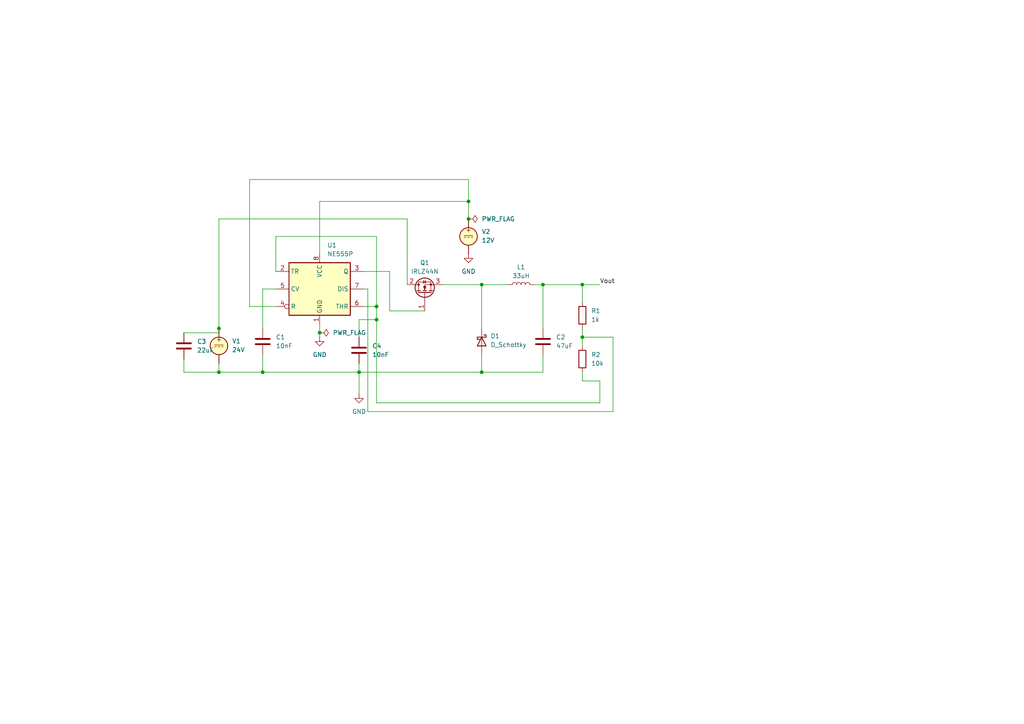
<source format=kicad_sch>
(kicad_sch
	(version 20231120)
	(generator "eeschema")
	(generator_version "8.0")
	(uuid "efd01612-27f7-4541-85e1-7f745358caba")
	(paper "A4")
	(lib_symbols
		(symbol "Device:C"
			(pin_numbers hide)
			(pin_names
				(offset 0.254)
			)
			(exclude_from_sim no)
			(in_bom yes)
			(on_board yes)
			(property "Reference" "C"
				(at 0.635 2.54 0)
				(effects
					(font
						(size 1.27 1.27)
					)
					(justify left)
				)
			)
			(property "Value" "C"
				(at 0.635 -2.54 0)
				(effects
					(font
						(size 1.27 1.27)
					)
					(justify left)
				)
			)
			(property "Footprint" ""
				(at 0.9652 -3.81 0)
				(effects
					(font
						(size 1.27 1.27)
					)
					(hide yes)
				)
			)
			(property "Datasheet" "~"
				(at 0 0 0)
				(effects
					(font
						(size 1.27 1.27)
					)
					(hide yes)
				)
			)
			(property "Description" "Unpolarized capacitor"
				(at 0 0 0)
				(effects
					(font
						(size 1.27 1.27)
					)
					(hide yes)
				)
			)
			(property "ki_keywords" "cap capacitor"
				(at 0 0 0)
				(effects
					(font
						(size 1.27 1.27)
					)
					(hide yes)
				)
			)
			(property "ki_fp_filters" "C_*"
				(at 0 0 0)
				(effects
					(font
						(size 1.27 1.27)
					)
					(hide yes)
				)
			)
			(symbol "C_0_1"
				(polyline
					(pts
						(xy -2.032 -0.762) (xy 2.032 -0.762)
					)
					(stroke
						(width 0.508)
						(type default)
					)
					(fill
						(type none)
					)
				)
				(polyline
					(pts
						(xy -2.032 0.762) (xy 2.032 0.762)
					)
					(stroke
						(width 0.508)
						(type default)
					)
					(fill
						(type none)
					)
				)
			)
			(symbol "C_1_1"
				(pin passive line
					(at 0 3.81 270)
					(length 2.794)
					(name "~"
						(effects
							(font
								(size 1.27 1.27)
							)
						)
					)
					(number "1"
						(effects
							(font
								(size 1.27 1.27)
							)
						)
					)
				)
				(pin passive line
					(at 0 -3.81 90)
					(length 2.794)
					(name "~"
						(effects
							(font
								(size 1.27 1.27)
							)
						)
					)
					(number "2"
						(effects
							(font
								(size 1.27 1.27)
							)
						)
					)
				)
			)
		)
		(symbol "Device:D_Schottky"
			(pin_numbers hide)
			(pin_names
				(offset 1.016) hide)
			(exclude_from_sim no)
			(in_bom yes)
			(on_board yes)
			(property "Reference" "D"
				(at 0 2.54 0)
				(effects
					(font
						(size 1.27 1.27)
					)
				)
			)
			(property "Value" "D_Schottky"
				(at 0 -2.54 0)
				(effects
					(font
						(size 1.27 1.27)
					)
				)
			)
			(property "Footprint" ""
				(at 0 0 0)
				(effects
					(font
						(size 1.27 1.27)
					)
					(hide yes)
				)
			)
			(property "Datasheet" "~"
				(at 0 0 0)
				(effects
					(font
						(size 1.27 1.27)
					)
					(hide yes)
				)
			)
			(property "Description" "Schottky diode"
				(at 0 0 0)
				(effects
					(font
						(size 1.27 1.27)
					)
					(hide yes)
				)
			)
			(property "ki_keywords" "diode Schottky"
				(at 0 0 0)
				(effects
					(font
						(size 1.27 1.27)
					)
					(hide yes)
				)
			)
			(property "ki_fp_filters" "TO-???* *_Diode_* *SingleDiode* D_*"
				(at 0 0 0)
				(effects
					(font
						(size 1.27 1.27)
					)
					(hide yes)
				)
			)
			(symbol "D_Schottky_0_1"
				(polyline
					(pts
						(xy 1.27 0) (xy -1.27 0)
					)
					(stroke
						(width 0)
						(type default)
					)
					(fill
						(type none)
					)
				)
				(polyline
					(pts
						(xy 1.27 1.27) (xy 1.27 -1.27) (xy -1.27 0) (xy 1.27 1.27)
					)
					(stroke
						(width 0.254)
						(type default)
					)
					(fill
						(type none)
					)
				)
				(polyline
					(pts
						(xy -1.905 0.635) (xy -1.905 1.27) (xy -1.27 1.27) (xy -1.27 -1.27) (xy -0.635 -1.27) (xy -0.635 -0.635)
					)
					(stroke
						(width 0.254)
						(type default)
					)
					(fill
						(type none)
					)
				)
			)
			(symbol "D_Schottky_1_1"
				(pin passive line
					(at -3.81 0 0)
					(length 2.54)
					(name "K"
						(effects
							(font
								(size 1.27 1.27)
							)
						)
					)
					(number "1"
						(effects
							(font
								(size 1.27 1.27)
							)
						)
					)
				)
				(pin passive line
					(at 3.81 0 180)
					(length 2.54)
					(name "A"
						(effects
							(font
								(size 1.27 1.27)
							)
						)
					)
					(number "2"
						(effects
							(font
								(size 1.27 1.27)
							)
						)
					)
				)
			)
		)
		(symbol "Device:L"
			(pin_numbers hide)
			(pin_names
				(offset 1.016) hide)
			(exclude_from_sim no)
			(in_bom yes)
			(on_board yes)
			(property "Reference" "L"
				(at -1.27 0 90)
				(effects
					(font
						(size 1.27 1.27)
					)
				)
			)
			(property "Value" "L"
				(at 1.905 0 90)
				(effects
					(font
						(size 1.27 1.27)
					)
				)
			)
			(property "Footprint" ""
				(at 0 0 0)
				(effects
					(font
						(size 1.27 1.27)
					)
					(hide yes)
				)
			)
			(property "Datasheet" "~"
				(at 0 0 0)
				(effects
					(font
						(size 1.27 1.27)
					)
					(hide yes)
				)
			)
			(property "Description" "Inductor"
				(at 0 0 0)
				(effects
					(font
						(size 1.27 1.27)
					)
					(hide yes)
				)
			)
			(property "ki_keywords" "inductor choke coil reactor magnetic"
				(at 0 0 0)
				(effects
					(font
						(size 1.27 1.27)
					)
					(hide yes)
				)
			)
			(property "ki_fp_filters" "Choke_* *Coil* Inductor_* L_*"
				(at 0 0 0)
				(effects
					(font
						(size 1.27 1.27)
					)
					(hide yes)
				)
			)
			(symbol "L_0_1"
				(arc
					(start 0 -2.54)
					(mid 0.6323 -1.905)
					(end 0 -1.27)
					(stroke
						(width 0)
						(type default)
					)
					(fill
						(type none)
					)
				)
				(arc
					(start 0 -1.27)
					(mid 0.6323 -0.635)
					(end 0 0)
					(stroke
						(width 0)
						(type default)
					)
					(fill
						(type none)
					)
				)
				(arc
					(start 0 0)
					(mid 0.6323 0.635)
					(end 0 1.27)
					(stroke
						(width 0)
						(type default)
					)
					(fill
						(type none)
					)
				)
				(arc
					(start 0 1.27)
					(mid 0.6323 1.905)
					(end 0 2.54)
					(stroke
						(width 0)
						(type default)
					)
					(fill
						(type none)
					)
				)
			)
			(symbol "L_1_1"
				(pin passive line
					(at 0 3.81 270)
					(length 1.27)
					(name "1"
						(effects
							(font
								(size 1.27 1.27)
							)
						)
					)
					(number "1"
						(effects
							(font
								(size 1.27 1.27)
							)
						)
					)
				)
				(pin passive line
					(at 0 -3.81 90)
					(length 1.27)
					(name "2"
						(effects
							(font
								(size 1.27 1.27)
							)
						)
					)
					(number "2"
						(effects
							(font
								(size 1.27 1.27)
							)
						)
					)
				)
			)
		)
		(symbol "Device:R"
			(pin_numbers hide)
			(pin_names
				(offset 0)
			)
			(exclude_from_sim no)
			(in_bom yes)
			(on_board yes)
			(property "Reference" "R"
				(at 2.032 0 90)
				(effects
					(font
						(size 1.27 1.27)
					)
				)
			)
			(property "Value" "R"
				(at 0 0 90)
				(effects
					(font
						(size 1.27 1.27)
					)
				)
			)
			(property "Footprint" ""
				(at -1.778 0 90)
				(effects
					(font
						(size 1.27 1.27)
					)
					(hide yes)
				)
			)
			(property "Datasheet" "~"
				(at 0 0 0)
				(effects
					(font
						(size 1.27 1.27)
					)
					(hide yes)
				)
			)
			(property "Description" "Resistor"
				(at 0 0 0)
				(effects
					(font
						(size 1.27 1.27)
					)
					(hide yes)
				)
			)
			(property "ki_keywords" "R res resistor"
				(at 0 0 0)
				(effects
					(font
						(size 1.27 1.27)
					)
					(hide yes)
				)
			)
			(property "ki_fp_filters" "R_*"
				(at 0 0 0)
				(effects
					(font
						(size 1.27 1.27)
					)
					(hide yes)
				)
			)
			(symbol "R_0_1"
				(rectangle
					(start -1.016 -2.54)
					(end 1.016 2.54)
					(stroke
						(width 0.254)
						(type default)
					)
					(fill
						(type none)
					)
				)
			)
			(symbol "R_1_1"
				(pin passive line
					(at 0 3.81 270)
					(length 1.27)
					(name "~"
						(effects
							(font
								(size 1.27 1.27)
							)
						)
					)
					(number "1"
						(effects
							(font
								(size 1.27 1.27)
							)
						)
					)
				)
				(pin passive line
					(at 0 -3.81 90)
					(length 1.27)
					(name "~"
						(effects
							(font
								(size 1.27 1.27)
							)
						)
					)
					(number "2"
						(effects
							(font
								(size 1.27 1.27)
							)
						)
					)
				)
			)
		)
		(symbol "Simulation_SPICE:VDC"
			(pin_numbers hide)
			(pin_names
				(offset 0.0254)
			)
			(exclude_from_sim no)
			(in_bom yes)
			(on_board yes)
			(property "Reference" "V"
				(at 2.54 2.54 0)
				(effects
					(font
						(size 1.27 1.27)
					)
					(justify left)
				)
			)
			(property "Value" "1"
				(at 2.54 0 0)
				(effects
					(font
						(size 1.27 1.27)
					)
					(justify left)
				)
			)
			(property "Footprint" ""
				(at 0 0 0)
				(effects
					(font
						(size 1.27 1.27)
					)
					(hide yes)
				)
			)
			(property "Datasheet" "https://ngspice.sourceforge.io/docs/ngspice-html-manual/manual.xhtml#sec_Independent_Sources_for"
				(at 0 0 0)
				(effects
					(font
						(size 1.27 1.27)
					)
					(hide yes)
				)
			)
			(property "Description" "Voltage source, DC"
				(at 0 0 0)
				(effects
					(font
						(size 1.27 1.27)
					)
					(hide yes)
				)
			)
			(property "Sim.Pins" "1=+ 2=-"
				(at 0 0 0)
				(effects
					(font
						(size 1.27 1.27)
					)
					(hide yes)
				)
			)
			(property "Sim.Type" "DC"
				(at 0 0 0)
				(effects
					(font
						(size 1.27 1.27)
					)
					(hide yes)
				)
			)
			(property "Sim.Device" "V"
				(at 0 0 0)
				(effects
					(font
						(size 1.27 1.27)
					)
					(justify left)
					(hide yes)
				)
			)
			(property "ki_keywords" "simulation"
				(at 0 0 0)
				(effects
					(font
						(size 1.27 1.27)
					)
					(hide yes)
				)
			)
			(symbol "VDC_0_0"
				(polyline
					(pts
						(xy -1.27 0.254) (xy 1.27 0.254)
					)
					(stroke
						(width 0)
						(type default)
					)
					(fill
						(type none)
					)
				)
				(polyline
					(pts
						(xy -0.762 -0.254) (xy -1.27 -0.254)
					)
					(stroke
						(width 0)
						(type default)
					)
					(fill
						(type none)
					)
				)
				(polyline
					(pts
						(xy 0.254 -0.254) (xy -0.254 -0.254)
					)
					(stroke
						(width 0)
						(type default)
					)
					(fill
						(type none)
					)
				)
				(polyline
					(pts
						(xy 1.27 -0.254) (xy 0.762 -0.254)
					)
					(stroke
						(width 0)
						(type default)
					)
					(fill
						(type none)
					)
				)
				(text "+"
					(at 0 1.905 0)
					(effects
						(font
							(size 1.27 1.27)
						)
					)
				)
			)
			(symbol "VDC_0_1"
				(circle
					(center 0 0)
					(radius 2.54)
					(stroke
						(width 0.254)
						(type default)
					)
					(fill
						(type background)
					)
				)
			)
			(symbol "VDC_1_1"
				(pin passive line
					(at 0 5.08 270)
					(length 2.54)
					(name "~"
						(effects
							(font
								(size 1.27 1.27)
							)
						)
					)
					(number "1"
						(effects
							(font
								(size 1.27 1.27)
							)
						)
					)
				)
				(pin passive line
					(at 0 -5.08 90)
					(length 2.54)
					(name "~"
						(effects
							(font
								(size 1.27 1.27)
							)
						)
					)
					(number "2"
						(effects
							(font
								(size 1.27 1.27)
							)
						)
					)
				)
			)
		)
		(symbol "Timer:NE555P"
			(exclude_from_sim no)
			(in_bom yes)
			(on_board yes)
			(property "Reference" "U"
				(at -10.16 8.89 0)
				(effects
					(font
						(size 1.27 1.27)
					)
					(justify left)
				)
			)
			(property "Value" "NE555P"
				(at 2.54 8.89 0)
				(effects
					(font
						(size 1.27 1.27)
					)
					(justify left)
				)
			)
			(property "Footprint" "Package_DIP:DIP-8_W7.62mm"
				(at 16.51 -10.16 0)
				(effects
					(font
						(size 1.27 1.27)
					)
					(hide yes)
				)
			)
			(property "Datasheet" "http://www.ti.com/lit/ds/symlink/ne555.pdf"
				(at 21.59 -10.16 0)
				(effects
					(font
						(size 1.27 1.27)
					)
					(hide yes)
				)
			)
			(property "Description" "Precision Timers, 555 compatible,  PDIP-8"
				(at 0 0 0)
				(effects
					(font
						(size 1.27 1.27)
					)
					(hide yes)
				)
			)
			(property "ki_keywords" "single timer 555"
				(at 0 0 0)
				(effects
					(font
						(size 1.27 1.27)
					)
					(hide yes)
				)
			)
			(property "ki_fp_filters" "DIP*W7.62mm*"
				(at 0 0 0)
				(effects
					(font
						(size 1.27 1.27)
					)
					(hide yes)
				)
			)
			(symbol "NE555P_0_0"
				(pin power_in line
					(at 0 -10.16 90)
					(length 2.54)
					(name "GND"
						(effects
							(font
								(size 1.27 1.27)
							)
						)
					)
					(number "1"
						(effects
							(font
								(size 1.27 1.27)
							)
						)
					)
				)
				(pin power_in line
					(at 0 10.16 270)
					(length 2.54)
					(name "VCC"
						(effects
							(font
								(size 1.27 1.27)
							)
						)
					)
					(number "8"
						(effects
							(font
								(size 1.27 1.27)
							)
						)
					)
				)
			)
			(symbol "NE555P_0_1"
				(rectangle
					(start -8.89 -7.62)
					(end 8.89 7.62)
					(stroke
						(width 0.254)
						(type default)
					)
					(fill
						(type background)
					)
				)
				(rectangle
					(start -8.89 -7.62)
					(end 8.89 7.62)
					(stroke
						(width 0.254)
						(type default)
					)
					(fill
						(type background)
					)
				)
			)
			(symbol "NE555P_1_1"
				(pin input line
					(at -12.7 5.08 0)
					(length 3.81)
					(name "TR"
						(effects
							(font
								(size 1.27 1.27)
							)
						)
					)
					(number "2"
						(effects
							(font
								(size 1.27 1.27)
							)
						)
					)
				)
				(pin output line
					(at 12.7 5.08 180)
					(length 3.81)
					(name "Q"
						(effects
							(font
								(size 1.27 1.27)
							)
						)
					)
					(number "3"
						(effects
							(font
								(size 1.27 1.27)
							)
						)
					)
				)
				(pin input inverted
					(at -12.7 -5.08 0)
					(length 3.81)
					(name "R"
						(effects
							(font
								(size 1.27 1.27)
							)
						)
					)
					(number "4"
						(effects
							(font
								(size 1.27 1.27)
							)
						)
					)
				)
				(pin input line
					(at -12.7 0 0)
					(length 3.81)
					(name "CV"
						(effects
							(font
								(size 1.27 1.27)
							)
						)
					)
					(number "5"
						(effects
							(font
								(size 1.27 1.27)
							)
						)
					)
				)
				(pin input line
					(at 12.7 -5.08 180)
					(length 3.81)
					(name "THR"
						(effects
							(font
								(size 1.27 1.27)
							)
						)
					)
					(number "6"
						(effects
							(font
								(size 1.27 1.27)
							)
						)
					)
				)
				(pin input line
					(at 12.7 0 180)
					(length 3.81)
					(name "DIS"
						(effects
							(font
								(size 1.27 1.27)
							)
						)
					)
					(number "7"
						(effects
							(font
								(size 1.27 1.27)
							)
						)
					)
				)
			)
		)
		(symbol "Transistor_FET:IRLZ44N"
			(pin_names hide)
			(exclude_from_sim no)
			(in_bom yes)
			(on_board yes)
			(property "Reference" "Q"
				(at 5.08 1.905 0)
				(effects
					(font
						(size 1.27 1.27)
					)
					(justify left)
				)
			)
			(property "Value" "IRLZ44N"
				(at 5.08 0 0)
				(effects
					(font
						(size 1.27 1.27)
					)
					(justify left)
				)
			)
			(property "Footprint" "Package_TO_SOT_THT:TO-220-3_Vertical"
				(at 5.08 -1.905 0)
				(effects
					(font
						(size 1.27 1.27)
						(italic yes)
					)
					(justify left)
					(hide yes)
				)
			)
			(property "Datasheet" "http://www.irf.com/product-info/datasheets/data/irlz44n.pdf"
				(at 5.08 -3.81 0)
				(effects
					(font
						(size 1.27 1.27)
					)
					(justify left)
					(hide yes)
				)
			)
			(property "Description" "47A Id, 55V Vds, 22mOhm Rds Single N-Channel HEXFET Power MOSFET, TO-220AB"
				(at 0 0 0)
				(effects
					(font
						(size 1.27 1.27)
					)
					(hide yes)
				)
			)
			(property "ki_keywords" "N-Channel HEXFET MOSFET Logic-Level"
				(at 0 0 0)
				(effects
					(font
						(size 1.27 1.27)
					)
					(hide yes)
				)
			)
			(property "ki_fp_filters" "TO?220*"
				(at 0 0 0)
				(effects
					(font
						(size 1.27 1.27)
					)
					(hide yes)
				)
			)
			(symbol "IRLZ44N_0_1"
				(polyline
					(pts
						(xy 0.254 0) (xy -2.54 0)
					)
					(stroke
						(width 0)
						(type default)
					)
					(fill
						(type none)
					)
				)
				(polyline
					(pts
						(xy 0.254 1.905) (xy 0.254 -1.905)
					)
					(stroke
						(width 0.254)
						(type default)
					)
					(fill
						(type none)
					)
				)
				(polyline
					(pts
						(xy 0.762 -1.27) (xy 0.762 -2.286)
					)
					(stroke
						(width 0.254)
						(type default)
					)
					(fill
						(type none)
					)
				)
				(polyline
					(pts
						(xy 0.762 0.508) (xy 0.762 -0.508)
					)
					(stroke
						(width 0.254)
						(type default)
					)
					(fill
						(type none)
					)
				)
				(polyline
					(pts
						(xy 0.762 2.286) (xy 0.762 1.27)
					)
					(stroke
						(width 0.254)
						(type default)
					)
					(fill
						(type none)
					)
				)
				(polyline
					(pts
						(xy 2.54 2.54) (xy 2.54 1.778)
					)
					(stroke
						(width 0)
						(type default)
					)
					(fill
						(type none)
					)
				)
				(polyline
					(pts
						(xy 2.54 -2.54) (xy 2.54 0) (xy 0.762 0)
					)
					(stroke
						(width 0)
						(type default)
					)
					(fill
						(type none)
					)
				)
				(polyline
					(pts
						(xy 0.762 -1.778) (xy 3.302 -1.778) (xy 3.302 1.778) (xy 0.762 1.778)
					)
					(stroke
						(width 0)
						(type default)
					)
					(fill
						(type none)
					)
				)
				(polyline
					(pts
						(xy 1.016 0) (xy 2.032 0.381) (xy 2.032 -0.381) (xy 1.016 0)
					)
					(stroke
						(width 0)
						(type default)
					)
					(fill
						(type outline)
					)
				)
				(polyline
					(pts
						(xy 2.794 0.508) (xy 2.921 0.381) (xy 3.683 0.381) (xy 3.81 0.254)
					)
					(stroke
						(width 0)
						(type default)
					)
					(fill
						(type none)
					)
				)
				(polyline
					(pts
						(xy 3.302 0.381) (xy 2.921 -0.254) (xy 3.683 -0.254) (xy 3.302 0.381)
					)
					(stroke
						(width 0)
						(type default)
					)
					(fill
						(type none)
					)
				)
				(circle
					(center 1.651 0)
					(radius 2.794)
					(stroke
						(width 0.254)
						(type default)
					)
					(fill
						(type none)
					)
				)
				(circle
					(center 2.54 -1.778)
					(radius 0.254)
					(stroke
						(width 0)
						(type default)
					)
					(fill
						(type outline)
					)
				)
				(circle
					(center 2.54 1.778)
					(radius 0.254)
					(stroke
						(width 0)
						(type default)
					)
					(fill
						(type outline)
					)
				)
			)
			(symbol "IRLZ44N_1_1"
				(pin input line
					(at -5.08 0 0)
					(length 2.54)
					(name "G"
						(effects
							(font
								(size 1.27 1.27)
							)
						)
					)
					(number "1"
						(effects
							(font
								(size 1.27 1.27)
							)
						)
					)
				)
				(pin passive line
					(at 2.54 5.08 270)
					(length 2.54)
					(name "D"
						(effects
							(font
								(size 1.27 1.27)
							)
						)
					)
					(number "2"
						(effects
							(font
								(size 1.27 1.27)
							)
						)
					)
				)
				(pin passive line
					(at 2.54 -5.08 90)
					(length 2.54)
					(name "S"
						(effects
							(font
								(size 1.27 1.27)
							)
						)
					)
					(number "3"
						(effects
							(font
								(size 1.27 1.27)
							)
						)
					)
				)
			)
		)
		(symbol "power:GND"
			(power)
			(pin_numbers hide)
			(pin_names
				(offset 0) hide)
			(exclude_from_sim no)
			(in_bom yes)
			(on_board yes)
			(property "Reference" "#PWR"
				(at 0 -6.35 0)
				(effects
					(font
						(size 1.27 1.27)
					)
					(hide yes)
				)
			)
			(property "Value" "GND"
				(at 0 -3.81 0)
				(effects
					(font
						(size 1.27 1.27)
					)
				)
			)
			(property "Footprint" ""
				(at 0 0 0)
				(effects
					(font
						(size 1.27 1.27)
					)
					(hide yes)
				)
			)
			(property "Datasheet" ""
				(at 0 0 0)
				(effects
					(font
						(size 1.27 1.27)
					)
					(hide yes)
				)
			)
			(property "Description" "Power symbol creates a global label with name \"GND\" , ground"
				(at 0 0 0)
				(effects
					(font
						(size 1.27 1.27)
					)
					(hide yes)
				)
			)
			(property "ki_keywords" "global power"
				(at 0 0 0)
				(effects
					(font
						(size 1.27 1.27)
					)
					(hide yes)
				)
			)
			(symbol "GND_0_1"
				(polyline
					(pts
						(xy 0 0) (xy 0 -1.27) (xy 1.27 -1.27) (xy 0 -2.54) (xy -1.27 -1.27) (xy 0 -1.27)
					)
					(stroke
						(width 0)
						(type default)
					)
					(fill
						(type none)
					)
				)
			)
			(symbol "GND_1_1"
				(pin power_in line
					(at 0 0 270)
					(length 0)
					(name "~"
						(effects
							(font
								(size 1.27 1.27)
							)
						)
					)
					(number "1"
						(effects
							(font
								(size 1.27 1.27)
							)
						)
					)
				)
			)
		)
		(symbol "power:PWR_FLAG"
			(power)
			(pin_numbers hide)
			(pin_names
				(offset 0) hide)
			(exclude_from_sim no)
			(in_bom yes)
			(on_board yes)
			(property "Reference" "#FLG"
				(at 0 1.905 0)
				(effects
					(font
						(size 1.27 1.27)
					)
					(hide yes)
				)
			)
			(property "Value" "PWR_FLAG"
				(at 0 3.81 0)
				(effects
					(font
						(size 1.27 1.27)
					)
				)
			)
			(property "Footprint" ""
				(at 0 0 0)
				(effects
					(font
						(size 1.27 1.27)
					)
					(hide yes)
				)
			)
			(property "Datasheet" "~"
				(at 0 0 0)
				(effects
					(font
						(size 1.27 1.27)
					)
					(hide yes)
				)
			)
			(property "Description" "Special symbol for telling ERC where power comes from"
				(at 0 0 0)
				(effects
					(font
						(size 1.27 1.27)
					)
					(hide yes)
				)
			)
			(property "ki_keywords" "flag power"
				(at 0 0 0)
				(effects
					(font
						(size 1.27 1.27)
					)
					(hide yes)
				)
			)
			(symbol "PWR_FLAG_0_0"
				(pin power_out line
					(at 0 0 90)
					(length 0)
					(name "~"
						(effects
							(font
								(size 1.27 1.27)
							)
						)
					)
					(number "1"
						(effects
							(font
								(size 1.27 1.27)
							)
						)
					)
				)
			)
			(symbol "PWR_FLAG_0_1"
				(polyline
					(pts
						(xy 0 0) (xy 0 1.27) (xy -1.016 1.905) (xy 0 2.54) (xy 1.016 1.905) (xy 0 1.27)
					)
					(stroke
						(width 0)
						(type default)
					)
					(fill
						(type none)
					)
				)
			)
		)
	)
	(junction
		(at 104.14 107.95)
		(diameter 0)
		(color 0 0 0 0)
		(uuid "13ec4fcd-6638-44db-a39e-6782849e2c11")
	)
	(junction
		(at 168.91 82.55)
		(diameter 0)
		(color 0 0 0 0)
		(uuid "1c19ac70-f843-4222-a372-fa77bc5a17be")
	)
	(junction
		(at 139.7 107.95)
		(diameter 0)
		(color 0 0 0 0)
		(uuid "29e85485-c8d8-45d0-bc4c-e34971d97f83")
	)
	(junction
		(at 92.71 96.52)
		(diameter 0)
		(color 0 0 0 0)
		(uuid "326909bd-d51b-4007-b1ce-9b2c79a1b75d")
	)
	(junction
		(at 63.5 107.95)
		(diameter 0)
		(color 0 0 0 0)
		(uuid "596dd37c-b833-41c4-9e92-bb4cb4309a80")
	)
	(junction
		(at 109.22 88.9)
		(diameter 0)
		(color 0 0 0 0)
		(uuid "5fdbc0d0-cc09-44db-be9c-1862de4988b4")
	)
	(junction
		(at 168.91 97.79)
		(diameter 0)
		(color 0 0 0 0)
		(uuid "6619f49b-8e04-4357-9de1-c7a1b98fd9cb")
	)
	(junction
		(at 139.7 82.55)
		(diameter 0)
		(color 0 0 0 0)
		(uuid "809488d1-63d1-4cc4-8e8e-5380cd7749f4")
	)
	(junction
		(at 76.2 107.95)
		(diameter 0)
		(color 0 0 0 0)
		(uuid "90facba5-e3e8-4269-99be-c8b7788c17db")
	)
	(junction
		(at 63.5 95.25)
		(diameter 0)
		(color 0 0 0 0)
		(uuid "916b769a-f385-42b7-8689-29000e4ec2fe")
	)
	(junction
		(at 109.22 92.71)
		(diameter 0)
		(color 0 0 0 0)
		(uuid "c9dfdf0f-0e7b-4172-abe6-f91f3cc884c4")
	)
	(junction
		(at 135.89 63.5)
		(diameter 0)
		(color 0 0 0 0)
		(uuid "d55a57d4-3408-4b35-8b28-4e6ea484a4ad")
	)
	(junction
		(at 157.48 82.55)
		(diameter 0)
		(color 0 0 0 0)
		(uuid "d92a0d6a-249d-447c-8793-fdfcd6f8afd7")
	)
	(junction
		(at 135.89 58.42)
		(diameter 0)
		(color 0 0 0 0)
		(uuid "e39ee698-729b-4ede-912f-3e761ec502ce")
	)
	(wire
		(pts
			(xy 157.48 102.87) (xy 157.48 107.95)
		)
		(stroke
			(width 0)
			(type default)
		)
		(uuid "0327bff2-6c11-404f-bc6b-b40642128778")
	)
	(wire
		(pts
			(xy 53.34 104.14) (xy 53.34 107.95)
		)
		(stroke
			(width 0)
			(type default)
		)
		(uuid "159e9e55-acbc-4d92-aa3a-8e599703325b")
	)
	(wire
		(pts
			(xy 135.89 58.42) (xy 92.71 58.42)
		)
		(stroke
			(width 0)
			(type default)
		)
		(uuid "1a992ffd-1c9e-4891-ac1f-d600911f5294")
	)
	(wire
		(pts
			(xy 76.2 95.25) (xy 76.2 83.82)
		)
		(stroke
			(width 0)
			(type default)
		)
		(uuid "1b4969ee-30b0-4372-96b3-14ea5964cf92")
	)
	(wire
		(pts
			(xy 177.8 97.79) (xy 177.8 119.38)
		)
		(stroke
			(width 0)
			(type default)
		)
		(uuid "1e710b51-091b-4a9c-b779-a3ddf346059a")
	)
	(wire
		(pts
			(xy 168.91 82.55) (xy 168.91 87.63)
		)
		(stroke
			(width 0)
			(type default)
		)
		(uuid "1f644ac1-5d81-4992-81eb-fce1d253ea02")
	)
	(wire
		(pts
			(xy 104.14 107.95) (xy 104.14 114.3)
		)
		(stroke
			(width 0)
			(type default)
		)
		(uuid "206503ea-7072-478b-badd-6b9588a8bf5c")
	)
	(wire
		(pts
			(xy 53.34 96.52) (xy 63.5 96.52)
		)
		(stroke
			(width 0)
			(type default)
		)
		(uuid "26b04c11-31b6-498a-97ea-eb24ee91c0af")
	)
	(wire
		(pts
			(xy 168.91 97.79) (xy 168.91 100.33)
		)
		(stroke
			(width 0)
			(type default)
		)
		(uuid "26cbf7d1-08c4-4271-b1cf-842a22078902")
	)
	(wire
		(pts
			(xy 63.5 96.52) (xy 63.5 95.25)
		)
		(stroke
			(width 0)
			(type default)
		)
		(uuid "27ccbea1-8082-4189-80c5-2ce0aca3eed6")
	)
	(wire
		(pts
			(xy 106.68 119.38) (xy 106.68 83.82)
		)
		(stroke
			(width 0)
			(type default)
		)
		(uuid "2e84d5a6-75b5-4a7b-b832-c6944ce27f19")
	)
	(wire
		(pts
			(xy 92.71 96.52) (xy 92.71 97.79)
		)
		(stroke
			(width 0)
			(type default)
		)
		(uuid "34dbcc29-6954-4972-b1b9-6346927d9ba4")
	)
	(wire
		(pts
			(xy 157.48 82.55) (xy 168.91 82.55)
		)
		(stroke
			(width 0)
			(type default)
		)
		(uuid "4473133f-c06f-485b-9838-51138745b3a2")
	)
	(wire
		(pts
			(xy 109.22 68.58) (xy 109.22 88.9)
		)
		(stroke
			(width 0)
			(type default)
		)
		(uuid "46724a6a-afe3-4a37-8f03-bd25ea4c7f5c")
	)
	(wire
		(pts
			(xy 135.89 63.5) (xy 135.89 58.42)
		)
		(stroke
			(width 0)
			(type default)
		)
		(uuid "4b6ff86b-55ce-4583-8cc4-4fa2f7ce6257")
	)
	(wire
		(pts
			(xy 154.94 82.55) (xy 157.48 82.55)
		)
		(stroke
			(width 0)
			(type default)
		)
		(uuid "4bdc46b0-f604-45df-bf2b-6c30b18261fc")
	)
	(wire
		(pts
			(xy 113.03 90.17) (xy 123.19 90.17)
		)
		(stroke
			(width 0)
			(type default)
		)
		(uuid "4eb36ecb-66e0-499c-a27d-037d0ffb9902")
	)
	(wire
		(pts
			(xy 128.27 82.55) (xy 139.7 82.55)
		)
		(stroke
			(width 0)
			(type default)
		)
		(uuid "50ee3808-008f-49f9-bf1d-f4b5be92bb88")
	)
	(wire
		(pts
			(xy 135.89 52.07) (xy 135.89 58.42)
		)
		(stroke
			(width 0)
			(type default)
		)
		(uuid "522af065-46f1-4463-a7b3-3eb879e44f39")
	)
	(wire
		(pts
			(xy 157.48 107.95) (xy 139.7 107.95)
		)
		(stroke
			(width 0)
			(type default)
		)
		(uuid "5372d0bf-3109-4d1c-a2a7-34ecce584868")
	)
	(wire
		(pts
			(xy 72.39 88.9) (xy 72.39 52.07)
		)
		(stroke
			(width 0)
			(type default)
		)
		(uuid "57180ff5-4738-4734-a467-f04728d40f86")
	)
	(wire
		(pts
			(xy 168.91 82.55) (xy 173.99 82.55)
		)
		(stroke
			(width 0)
			(type default)
		)
		(uuid "5781bac1-882a-49bd-bfe5-b3a39b79f6b7")
	)
	(wire
		(pts
			(xy 76.2 107.95) (xy 104.14 107.95)
		)
		(stroke
			(width 0)
			(type default)
		)
		(uuid "5c50780a-c9d9-439d-b167-5f2e12ea4ae9")
	)
	(wire
		(pts
			(xy 139.7 102.87) (xy 139.7 107.95)
		)
		(stroke
			(width 0)
			(type default)
		)
		(uuid "67a4c504-c3ef-4d57-8be5-fafa32187e72")
	)
	(wire
		(pts
			(xy 109.22 116.84) (xy 109.22 92.71)
		)
		(stroke
			(width 0)
			(type default)
		)
		(uuid "683b02bc-a1ae-44b4-8bce-c8b4ba134491")
	)
	(wire
		(pts
			(xy 139.7 107.95) (xy 104.14 107.95)
		)
		(stroke
			(width 0)
			(type default)
		)
		(uuid "6d25bb53-295b-4526-b9ad-83c6e67102bf")
	)
	(wire
		(pts
			(xy 139.7 82.55) (xy 147.32 82.55)
		)
		(stroke
			(width 0)
			(type default)
		)
		(uuid "731c1172-7bd1-4439-ab1c-5f37bdcb041d")
	)
	(wire
		(pts
			(xy 63.5 107.95) (xy 76.2 107.95)
		)
		(stroke
			(width 0)
			(type default)
		)
		(uuid "78b8ded9-12c4-46fc-b50e-0d9796de024b")
	)
	(wire
		(pts
			(xy 80.01 68.58) (xy 109.22 68.58)
		)
		(stroke
			(width 0)
			(type default)
		)
		(uuid "79d44e2f-b8f4-4833-b737-a396f11d59a3")
	)
	(wire
		(pts
			(xy 76.2 83.82) (xy 80.01 83.82)
		)
		(stroke
			(width 0)
			(type default)
		)
		(uuid "8184064b-5d36-4544-a7e5-3ab62cb0e3f4")
	)
	(wire
		(pts
			(xy 53.34 107.95) (xy 63.5 107.95)
		)
		(stroke
			(width 0)
			(type default)
		)
		(uuid "8398a48d-95d1-43b7-999d-3ee2827a25a5")
	)
	(wire
		(pts
			(xy 92.71 93.98) (xy 92.71 96.52)
		)
		(stroke
			(width 0)
			(type default)
		)
		(uuid "86842bd8-be68-4c41-b9e8-64f4b4f37c2c")
	)
	(wire
		(pts
			(xy 109.22 88.9) (xy 105.41 88.9)
		)
		(stroke
			(width 0)
			(type default)
		)
		(uuid "8b2dadc3-66b0-4676-9653-0badcc0aa02e")
	)
	(wire
		(pts
			(xy 118.11 82.55) (xy 118.11 63.5)
		)
		(stroke
			(width 0)
			(type default)
		)
		(uuid "9119a3c0-833f-4200-a2bb-59a6b0bcc7c0")
	)
	(wire
		(pts
			(xy 63.5 105.41) (xy 63.5 107.95)
		)
		(stroke
			(width 0)
			(type default)
		)
		(uuid "969bdee2-05c5-4b82-bb01-f9a56c98caa5")
	)
	(wire
		(pts
			(xy 168.91 95.25) (xy 168.91 97.79)
		)
		(stroke
			(width 0)
			(type default)
		)
		(uuid "9b624f31-88e0-4ec7-93ca-4ead800bed4e")
	)
	(wire
		(pts
			(xy 177.8 119.38) (xy 106.68 119.38)
		)
		(stroke
			(width 0)
			(type default)
		)
		(uuid "9c251f5d-4130-41be-99a4-3dc6438025aa")
	)
	(wire
		(pts
			(xy 113.03 78.74) (xy 113.03 90.17)
		)
		(stroke
			(width 0)
			(type default)
		)
		(uuid "a0a13097-a914-41bc-8985-e6212ee65256")
	)
	(wire
		(pts
			(xy 80.01 88.9) (xy 72.39 88.9)
		)
		(stroke
			(width 0)
			(type default)
		)
		(uuid "a0f160e7-50df-4cae-bf28-e473b8a40768")
	)
	(wire
		(pts
			(xy 139.7 82.55) (xy 139.7 95.25)
		)
		(stroke
			(width 0)
			(type default)
		)
		(uuid "a3f5316c-a535-4637-a91c-16004ec2d74b")
	)
	(wire
		(pts
			(xy 104.14 92.71) (xy 109.22 92.71)
		)
		(stroke
			(width 0)
			(type default)
		)
		(uuid "a6801ce7-a341-47ba-bd00-9b4b72df187d")
	)
	(wire
		(pts
			(xy 168.91 107.95) (xy 168.91 110.49)
		)
		(stroke
			(width 0)
			(type default)
		)
		(uuid "ad8cd86c-2eaf-4918-9a88-3474c28b95d8")
	)
	(wire
		(pts
			(xy 80.01 78.74) (xy 80.01 68.58)
		)
		(stroke
			(width 0)
			(type default)
		)
		(uuid "b086999a-a844-4d62-8a25-499600ceca1c")
	)
	(wire
		(pts
			(xy 173.99 110.49) (xy 173.99 116.84)
		)
		(stroke
			(width 0)
			(type default)
		)
		(uuid "b15ff676-f467-4d8a-8e15-e0536557fde1")
	)
	(wire
		(pts
			(xy 63.5 63.5) (xy 63.5 95.25)
		)
		(stroke
			(width 0)
			(type default)
		)
		(uuid "b6c238ba-1435-4de8-85af-9be2b6482f8f")
	)
	(wire
		(pts
			(xy 109.22 92.71) (xy 109.22 88.9)
		)
		(stroke
			(width 0)
			(type default)
		)
		(uuid "b6c6e29b-503b-442c-9e5f-ce8942e95503")
	)
	(wire
		(pts
			(xy 104.14 105.41) (xy 104.14 107.95)
		)
		(stroke
			(width 0)
			(type default)
		)
		(uuid "b98e3429-42df-4fd0-9977-9f90096dea05")
	)
	(wire
		(pts
			(xy 173.99 116.84) (xy 109.22 116.84)
		)
		(stroke
			(width 0)
			(type default)
		)
		(uuid "bc7e2df5-d305-4cf0-818b-5feea09a0e13")
	)
	(wire
		(pts
			(xy 118.11 63.5) (xy 63.5 63.5)
		)
		(stroke
			(width 0)
			(type default)
		)
		(uuid "be830063-a059-40a3-80d1-dcda8234d07e")
	)
	(wire
		(pts
			(xy 157.48 82.55) (xy 157.48 95.25)
		)
		(stroke
			(width 0)
			(type default)
		)
		(uuid "bfc7fefe-19e0-4e6e-bb09-891408f0c8d2")
	)
	(wire
		(pts
			(xy 168.91 97.79) (xy 177.8 97.79)
		)
		(stroke
			(width 0)
			(type default)
		)
		(uuid "c4b8e0bf-4ead-4c6d-8eb9-8bdf44a0ab07")
	)
	(wire
		(pts
			(xy 104.14 97.79) (xy 104.14 92.71)
		)
		(stroke
			(width 0)
			(type default)
		)
		(uuid "cce552b6-5095-401e-bb7a-ca33fbf41f43")
	)
	(wire
		(pts
			(xy 92.71 58.42) (xy 92.71 73.66)
		)
		(stroke
			(width 0)
			(type default)
		)
		(uuid "d1007a48-a1b2-4c00-98a4-59f5b2c59fcd")
	)
	(wire
		(pts
			(xy 168.91 110.49) (xy 173.99 110.49)
		)
		(stroke
			(width 0)
			(type default)
		)
		(uuid "d6305089-1300-407a-8e59-9843156fed9c")
	)
	(wire
		(pts
			(xy 105.41 78.74) (xy 113.03 78.74)
		)
		(stroke
			(width 0)
			(type default)
		)
		(uuid "d8eeffad-6298-43d4-9ba0-b9bf1e9221b8")
	)
	(wire
		(pts
			(xy 106.68 83.82) (xy 105.41 83.82)
		)
		(stroke
			(width 0)
			(type default)
		)
		(uuid "dce8b2ff-1451-4076-ac69-3b0e6568ea7a")
	)
	(wire
		(pts
			(xy 72.39 52.07) (xy 135.89 52.07)
		)
		(stroke
			(width 0)
			(type default)
		)
		(uuid "e98167f8-fcfb-4a2e-bae1-13fc7e89d847")
	)
	(wire
		(pts
			(xy 76.2 102.87) (xy 76.2 107.95)
		)
		(stroke
			(width 0)
			(type default)
		)
		(uuid "f5a827fe-9efb-4825-8105-79757f1b9412")
	)
	(label "Vout"
		(at 173.99 82.55 0)
		(fields_autoplaced yes)
		(effects
			(font
				(size 1.27 1.27)
			)
			(justify left bottom)
		)
		(uuid "b055aee6-03fc-420d-beea-4007a9ee026f")
	)
	(symbol
		(lib_id "power:GND")
		(at 135.89 73.66 0)
		(unit 1)
		(exclude_from_sim no)
		(in_bom yes)
		(on_board yes)
		(dnp no)
		(fields_autoplaced yes)
		(uuid "0bab3022-3fa7-4a4d-82fd-b9292b1c8571")
		(property "Reference" "#PWR09"
			(at 135.89 80.01 0)
			(effects
				(font
					(size 1.27 1.27)
				)
				(hide yes)
			)
		)
		(property "Value" "GND"
			(at 135.89 78.74 0)
			(effects
				(font
					(size 1.27 1.27)
				)
			)
		)
		(property "Footprint" ""
			(at 135.89 73.66 0)
			(effects
				(font
					(size 1.27 1.27)
				)
				(hide yes)
			)
		)
		(property "Datasheet" ""
			(at 135.89 73.66 0)
			(effects
				(font
					(size 1.27 1.27)
				)
				(hide yes)
			)
		)
		(property "Description" "Power symbol creates a global label with name \"GND\" , ground"
			(at 135.89 73.66 0)
			(effects
				(font
					(size 1.27 1.27)
				)
				(hide yes)
			)
		)
		(pin "1"
			(uuid "2d612711-6e10-44de-8016-e8a986266724")
		)
		(instances
			(project "buck convertor"
				(path "/efd01612-27f7-4541-85e1-7f745358caba"
					(reference "#PWR09")
					(unit 1)
				)
			)
		)
	)
	(symbol
		(lib_id "Device:C")
		(at 76.2 99.06 0)
		(unit 1)
		(exclude_from_sim no)
		(in_bom yes)
		(on_board yes)
		(dnp no)
		(fields_autoplaced yes)
		(uuid "1793cdc0-4fe4-4198-8e09-65ecb7833242")
		(property "Reference" "C1"
			(at 80.01 97.7899 0)
			(effects
				(font
					(size 1.27 1.27)
				)
				(justify left)
			)
		)
		(property "Value" "10nF"
			(at 80.01 100.3299 0)
			(effects
				(font
					(size 1.27 1.27)
				)
				(justify left)
			)
		)
		(property "Footprint" ""
			(at 77.1652 102.87 0)
			(effects
				(font
					(size 1.27 1.27)
				)
				(hide yes)
			)
		)
		(property "Datasheet" "~"
			(at 76.2 99.06 0)
			(effects
				(font
					(size 1.27 1.27)
				)
				(hide yes)
			)
		)
		(property "Description" "Unpolarized capacitor"
			(at 76.2 99.06 0)
			(effects
				(font
					(size 1.27 1.27)
				)
				(hide yes)
			)
		)
		(pin "1"
			(uuid "7435a97a-3503-478c-acf2-1d33d2f6a604")
		)
		(pin "2"
			(uuid "cdb447ff-ae48-4a55-8e5c-7776cb7ed63f")
		)
		(instances
			(project ""
				(path "/efd01612-27f7-4541-85e1-7f745358caba"
					(reference "C1")
					(unit 1)
				)
			)
		)
	)
	(symbol
		(lib_id "Device:C")
		(at 53.34 100.33 0)
		(unit 1)
		(exclude_from_sim no)
		(in_bom yes)
		(on_board yes)
		(dnp no)
		(fields_autoplaced yes)
		(uuid "3366f25d-6e12-4211-9a62-510f4ee14d9d")
		(property "Reference" "C3"
			(at 57.15 99.0599 0)
			(effects
				(font
					(size 1.27 1.27)
				)
				(justify left)
			)
		)
		(property "Value" "22uF"
			(at 57.15 101.5999 0)
			(effects
				(font
					(size 1.27 1.27)
				)
				(justify left)
			)
		)
		(property "Footprint" ""
			(at 54.3052 104.14 0)
			(effects
				(font
					(size 1.27 1.27)
				)
				(hide yes)
			)
		)
		(property "Datasheet" "~"
			(at 53.34 100.33 0)
			(effects
				(font
					(size 1.27 1.27)
				)
				(hide yes)
			)
		)
		(property "Description" "Unpolarized capacitor"
			(at 53.34 100.33 0)
			(effects
				(font
					(size 1.27 1.27)
				)
				(hide yes)
			)
		)
		(pin "2"
			(uuid "aed68e5b-d995-4154-9ac4-f962b9717678")
		)
		(pin "1"
			(uuid "ee91a5f5-bd8c-4fa8-a087-85dde4f8e8b8")
		)
		(instances
			(project ""
				(path "/efd01612-27f7-4541-85e1-7f745358caba"
					(reference "C3")
					(unit 1)
				)
			)
		)
	)
	(symbol
		(lib_id "Simulation_SPICE:VDC")
		(at 135.89 68.58 0)
		(unit 1)
		(exclude_from_sim no)
		(in_bom yes)
		(on_board yes)
		(dnp no)
		(fields_autoplaced yes)
		(uuid "39d008c6-2ea2-4f88-81fe-74285cb81edb")
		(property "Reference" "V2"
			(at 139.7 67.1801 0)
			(effects
				(font
					(size 1.27 1.27)
				)
				(justify left)
			)
		)
		(property "Value" "12V"
			(at 139.7 69.7201 0)
			(effects
				(font
					(size 1.27 1.27)
				)
				(justify left)
			)
		)
		(property "Footprint" ""
			(at 135.89 68.58 0)
			(effects
				(font
					(size 1.27 1.27)
				)
				(hide yes)
			)
		)
		(property "Datasheet" "https://ngspice.sourceforge.io/docs/ngspice-html-manual/manual.xhtml#sec_Independent_Sources_for"
			(at 135.89 68.58 0)
			(effects
				(font
					(size 1.27 1.27)
				)
				(hide yes)
			)
		)
		(property "Description" "Voltage source, DC"
			(at 135.89 68.58 0)
			(effects
				(font
					(size 1.27 1.27)
				)
				(hide yes)
			)
		)
		(property "Sim.Pins" "1=+ 2=-"
			(at 135.89 68.58 0)
			(effects
				(font
					(size 1.27 1.27)
				)
				(hide yes)
			)
		)
		(property "Sim.Type" "DC"
			(at 135.89 68.58 0)
			(effects
				(font
					(size 1.27 1.27)
				)
				(hide yes)
			)
		)
		(property "Sim.Device" "V"
			(at 135.89 68.58 0)
			(effects
				(font
					(size 1.27 1.27)
				)
				(justify left)
				(hide yes)
			)
		)
		(pin "2"
			(uuid "6e6896f5-04dd-4ac2-bea9-6d0dc78f2454")
		)
		(pin "1"
			(uuid "1aece14c-3160-4383-b254-8d1bffbd942e")
		)
		(instances
			(project "buck convertor"
				(path "/efd01612-27f7-4541-85e1-7f745358caba"
					(reference "V2")
					(unit 1)
				)
			)
		)
	)
	(symbol
		(lib_id "power:PWR_FLAG")
		(at 135.89 63.5 270)
		(unit 1)
		(exclude_from_sim no)
		(in_bom yes)
		(on_board yes)
		(dnp no)
		(fields_autoplaced yes)
		(uuid "3ab68140-694f-432e-ae53-c2d2cc9528fb")
		(property "Reference" "#FLG01"
			(at 137.795 63.5 0)
			(effects
				(font
					(size 1.27 1.27)
				)
				(hide yes)
			)
		)
		(property "Value" "PWR_FLAG"
			(at 139.7 63.4999 90)
			(effects
				(font
					(size 1.27 1.27)
				)
				(justify left)
			)
		)
		(property "Footprint" ""
			(at 135.89 63.5 0)
			(effects
				(font
					(size 1.27 1.27)
				)
				(hide yes)
			)
		)
		(property "Datasheet" "~"
			(at 135.89 63.5 0)
			(effects
				(font
					(size 1.27 1.27)
				)
				(hide yes)
			)
		)
		(property "Description" "Special symbol for telling ERC where power comes from"
			(at 135.89 63.5 0)
			(effects
				(font
					(size 1.27 1.27)
				)
				(hide yes)
			)
		)
		(pin "1"
			(uuid "b761d108-e54d-4c21-8d9b-ed0e608d8f06")
		)
		(instances
			(project ""
				(path "/efd01612-27f7-4541-85e1-7f745358caba"
					(reference "#FLG01")
					(unit 1)
				)
			)
		)
	)
	(symbol
		(lib_id "Transistor_FET:IRLZ44N")
		(at 123.19 85.09 90)
		(unit 1)
		(exclude_from_sim no)
		(in_bom yes)
		(on_board yes)
		(dnp no)
		(fields_autoplaced yes)
		(uuid "409d3b87-0061-41a8-847a-68e0c590490b")
		(property "Reference" "Q1"
			(at 123.19 76.2 90)
			(effects
				(font
					(size 1.27 1.27)
				)
			)
		)
		(property "Value" "IRLZ44N"
			(at 123.19 78.74 90)
			(effects
				(font
					(size 1.27 1.27)
				)
			)
		)
		(property "Footprint" "Package_TO_SOT_THT:TO-220-3_Vertical"
			(at 125.095 80.01 0)
			(effects
				(font
					(size 1.27 1.27)
					(italic yes)
				)
				(justify left)
				(hide yes)
			)
		)
		(property "Datasheet" "http://www.irf.com/product-info/datasheets/data/irlz44n.pdf"
			(at 127 80.01 0)
			(effects
				(font
					(size 1.27 1.27)
				)
				(justify left)
				(hide yes)
			)
		)
		(property "Description" "47A Id, 55V Vds, 22mOhm Rds Single N-Channel HEXFET Power MOSFET, TO-220AB"
			(at 123.19 85.09 0)
			(effects
				(font
					(size 1.27 1.27)
				)
				(hide yes)
			)
		)
		(pin "2"
			(uuid "69f45499-39df-4ba7-adc1-157665c2f1ca")
		)
		(pin "3"
			(uuid "78167701-1b13-4245-a5b5-1588607fe2f3")
		)
		(pin "1"
			(uuid "519dba36-1550-4ab4-b6bf-5ff48420203a")
		)
		(instances
			(project ""
				(path "/efd01612-27f7-4541-85e1-7f745358caba"
					(reference "Q1")
					(unit 1)
				)
			)
		)
	)
	(symbol
		(lib_id "Device:D_Schottky")
		(at 139.7 99.06 270)
		(unit 1)
		(exclude_from_sim no)
		(in_bom yes)
		(on_board yes)
		(dnp no)
		(fields_autoplaced yes)
		(uuid "4328be8c-8f42-4cd3-9f8d-e1ba5321d39b")
		(property "Reference" "D1"
			(at 142.24 97.4724 90)
			(effects
				(font
					(size 1.27 1.27)
				)
				(justify left)
			)
		)
		(property "Value" "D_Schottky"
			(at 142.24 100.0124 90)
			(effects
				(font
					(size 1.27 1.27)
				)
				(justify left)
			)
		)
		(property "Footprint" ""
			(at 139.7 99.06 0)
			(effects
				(font
					(size 1.27 1.27)
				)
				(hide yes)
			)
		)
		(property "Datasheet" "~"
			(at 139.7 99.06 0)
			(effects
				(font
					(size 1.27 1.27)
				)
				(hide yes)
			)
		)
		(property "Description" "Schottky diode"
			(at 139.7 99.06 0)
			(effects
				(font
					(size 1.27 1.27)
				)
				(hide yes)
			)
		)
		(pin "1"
			(uuid "13e325a2-50c8-45bb-94b6-432fd2401d39")
		)
		(pin "2"
			(uuid "1d704b9b-4139-4b12-b510-7b40db348041")
		)
		(instances
			(project ""
				(path "/efd01612-27f7-4541-85e1-7f745358caba"
					(reference "D1")
					(unit 1)
				)
			)
		)
	)
	(symbol
		(lib_id "Device:C")
		(at 157.48 99.06 0)
		(unit 1)
		(exclude_from_sim no)
		(in_bom yes)
		(on_board yes)
		(dnp no)
		(fields_autoplaced yes)
		(uuid "65a073a2-2f7a-45df-ab93-b5f1668e57e9")
		(property "Reference" "C2"
			(at 161.29 97.7899 0)
			(effects
				(font
					(size 1.27 1.27)
				)
				(justify left)
			)
		)
		(property "Value" "47uF"
			(at 161.29 100.3299 0)
			(effects
				(font
					(size 1.27 1.27)
				)
				(justify left)
			)
		)
		(property "Footprint" ""
			(at 158.4452 102.87 0)
			(effects
				(font
					(size 1.27 1.27)
				)
				(hide yes)
			)
		)
		(property "Datasheet" "~"
			(at 157.48 99.06 0)
			(effects
				(font
					(size 1.27 1.27)
				)
				(hide yes)
			)
		)
		(property "Description" "Unpolarized capacitor"
			(at 157.48 99.06 0)
			(effects
				(font
					(size 1.27 1.27)
				)
				(hide yes)
			)
		)
		(pin "1"
			(uuid "8c4c4741-9d60-44c7-a860-e1bb8dbb7c52")
		)
		(pin "2"
			(uuid "59c4080b-f17e-448f-bde1-b8db1e359c49")
		)
		(instances
			(project ""
				(path "/efd01612-27f7-4541-85e1-7f745358caba"
					(reference "C2")
					(unit 1)
				)
			)
		)
	)
	(symbol
		(lib_id "Timer:NE555P")
		(at 92.71 83.82 0)
		(unit 1)
		(exclude_from_sim no)
		(in_bom yes)
		(on_board yes)
		(dnp no)
		(fields_autoplaced yes)
		(uuid "7828412d-f2db-49b9-a505-430fa65ee443")
		(property "Reference" "U1"
			(at 94.9041 71.12 0)
			(effects
				(font
					(size 1.27 1.27)
				)
				(justify left)
			)
		)
		(property "Value" "NE555P"
			(at 94.9041 73.66 0)
			(effects
				(font
					(size 1.27 1.27)
				)
				(justify left)
			)
		)
		(property "Footprint" "Package_DIP:DIP-8_W7.62mm"
			(at 109.22 93.98 0)
			(effects
				(font
					(size 1.27 1.27)
				)
				(hide yes)
			)
		)
		(property "Datasheet" "http://www.ti.com/lit/ds/symlink/ne555.pdf"
			(at 114.3 93.98 0)
			(effects
				(font
					(size 1.27 1.27)
				)
				(hide yes)
			)
		)
		(property "Description" "Precision Timers, 555 compatible,  PDIP-8"
			(at 92.71 83.82 0)
			(effects
				(font
					(size 1.27 1.27)
				)
				(hide yes)
			)
		)
		(pin "8"
			(uuid "7e079874-c5b7-4445-a8ff-4883fff252d8")
		)
		(pin "2"
			(uuid "dac5ceda-1af2-4907-9b04-b54d46881c4f")
		)
		(pin "6"
			(uuid "52b5df53-bd5a-4483-9b53-d69e6fb39555")
		)
		(pin "7"
			(uuid "bbf25e2a-4309-4d70-abe7-86c2b0f70c25")
		)
		(pin "1"
			(uuid "00823c22-ba86-4c61-96dd-3516043fd18f")
		)
		(pin "3"
			(uuid "9ad5c525-9bc4-45e1-bc72-506b4ab5f0d6")
		)
		(pin "5"
			(uuid "ebf209ca-5f40-447c-bb46-7339f0732372")
		)
		(pin "4"
			(uuid "f4f3d105-9da9-4835-a1f2-154fd011a083")
		)
		(instances
			(project ""
				(path "/efd01612-27f7-4541-85e1-7f745358caba"
					(reference "U1")
					(unit 1)
				)
			)
		)
	)
	(symbol
		(lib_id "power:PWR_FLAG")
		(at 92.71 96.52 270)
		(unit 1)
		(exclude_from_sim no)
		(in_bom yes)
		(on_board yes)
		(dnp no)
		(fields_autoplaced yes)
		(uuid "a4948fe5-dbe3-43f5-a5ba-2558c9b18477")
		(property "Reference" "#FLG02"
			(at 94.615 96.52 0)
			(effects
				(font
					(size 1.27 1.27)
				)
				(hide yes)
			)
		)
		(property "Value" "PWR_FLAG"
			(at 96.52 96.5199 90)
			(effects
				(font
					(size 1.27 1.27)
				)
				(justify left)
			)
		)
		(property "Footprint" ""
			(at 92.71 96.52 0)
			(effects
				(font
					(size 1.27 1.27)
				)
				(hide yes)
			)
		)
		(property "Datasheet" "~"
			(at 92.71 96.52 0)
			(effects
				(font
					(size 1.27 1.27)
				)
				(hide yes)
			)
		)
		(property "Description" "Special symbol for telling ERC where power comes from"
			(at 92.71 96.52 0)
			(effects
				(font
					(size 1.27 1.27)
				)
				(hide yes)
			)
		)
		(pin "1"
			(uuid "bbe0f8f2-4d3e-429c-a893-bdbed7e2360b")
		)
		(instances
			(project ""
				(path "/efd01612-27f7-4541-85e1-7f745358caba"
					(reference "#FLG02")
					(unit 1)
				)
			)
		)
	)
	(symbol
		(lib_id "power:GND")
		(at 92.71 97.79 0)
		(unit 1)
		(exclude_from_sim no)
		(in_bom yes)
		(on_board yes)
		(dnp no)
		(fields_autoplaced yes)
		(uuid "a69f7835-0e9f-4f7b-8ebd-863468f3c611")
		(property "Reference" "#PWR01"
			(at 92.71 104.14 0)
			(effects
				(font
					(size 1.27 1.27)
				)
				(hide yes)
			)
		)
		(property "Value" "GND"
			(at 92.71 102.87 0)
			(effects
				(font
					(size 1.27 1.27)
				)
			)
		)
		(property "Footprint" ""
			(at 92.71 97.79 0)
			(effects
				(font
					(size 1.27 1.27)
				)
				(hide yes)
			)
		)
		(property "Datasheet" ""
			(at 92.71 97.79 0)
			(effects
				(font
					(size 1.27 1.27)
				)
				(hide yes)
			)
		)
		(property "Description" "Power symbol creates a global label with name \"GND\" , ground"
			(at 92.71 97.79 0)
			(effects
				(font
					(size 1.27 1.27)
				)
				(hide yes)
			)
		)
		(pin "1"
			(uuid "9fcd59b6-a9d0-4060-8cfb-17345dee7125")
		)
		(instances
			(project ""
				(path "/efd01612-27f7-4541-85e1-7f745358caba"
					(reference "#PWR01")
					(unit 1)
				)
			)
		)
	)
	(symbol
		(lib_id "Device:R")
		(at 168.91 104.14 0)
		(unit 1)
		(exclude_from_sim no)
		(in_bom yes)
		(on_board yes)
		(dnp no)
		(fields_autoplaced yes)
		(uuid "cf7ea788-bf50-4f46-8d7b-e7b9ca0d8a71")
		(property "Reference" "R2"
			(at 171.45 102.8699 0)
			(effects
				(font
					(size 1.27 1.27)
				)
				(justify left)
			)
		)
		(property "Value" "10k"
			(at 171.45 105.4099 0)
			(effects
				(font
					(size 1.27 1.27)
				)
				(justify left)
			)
		)
		(property "Footprint" ""
			(at 167.132 104.14 90)
			(effects
				(font
					(size 1.27 1.27)
				)
				(hide yes)
			)
		)
		(property "Datasheet" "~"
			(at 168.91 104.14 0)
			(effects
				(font
					(size 1.27 1.27)
				)
				(hide yes)
			)
		)
		(property "Description" "Resistor"
			(at 168.91 104.14 0)
			(effects
				(font
					(size 1.27 1.27)
				)
				(hide yes)
			)
		)
		(pin "1"
			(uuid "e08e7047-2730-43fa-9b87-468df0b0999e")
		)
		(pin "2"
			(uuid "dd3db5a3-fc9f-4d45-b446-a19ddb29ae1d")
		)
		(instances
			(project "buck convertor"
				(path "/efd01612-27f7-4541-85e1-7f745358caba"
					(reference "R2")
					(unit 1)
				)
			)
		)
	)
	(symbol
		(lib_id "Device:R")
		(at 168.91 91.44 0)
		(unit 1)
		(exclude_from_sim no)
		(in_bom yes)
		(on_board yes)
		(dnp no)
		(fields_autoplaced yes)
		(uuid "e3d3fe4e-6e78-43d7-b429-81e6d9d259cc")
		(property "Reference" "R1"
			(at 171.45 90.1699 0)
			(effects
				(font
					(size 1.27 1.27)
				)
				(justify left)
			)
		)
		(property "Value" "1k"
			(at 171.45 92.7099 0)
			(effects
				(font
					(size 1.27 1.27)
				)
				(justify left)
			)
		)
		(property "Footprint" ""
			(at 167.132 91.44 90)
			(effects
				(font
					(size 1.27 1.27)
				)
				(hide yes)
			)
		)
		(property "Datasheet" "~"
			(at 168.91 91.44 0)
			(effects
				(font
					(size 1.27 1.27)
				)
				(hide yes)
			)
		)
		(property "Description" "Resistor"
			(at 168.91 91.44 0)
			(effects
				(font
					(size 1.27 1.27)
				)
				(hide yes)
			)
		)
		(pin "1"
			(uuid "6f462eff-e634-4e66-95b4-a5aa4b7920b1")
		)
		(pin "2"
			(uuid "31979558-cc8e-4db7-b60a-011302045d3d")
		)
		(instances
			(project ""
				(path "/efd01612-27f7-4541-85e1-7f745358caba"
					(reference "R1")
					(unit 1)
				)
			)
		)
	)
	(symbol
		(lib_id "Device:L")
		(at 151.13 82.55 90)
		(unit 1)
		(exclude_from_sim no)
		(in_bom yes)
		(on_board yes)
		(dnp no)
		(fields_autoplaced yes)
		(uuid "e3ffbbc0-c1fa-4e8d-91f8-1ca2666e49dc")
		(property "Reference" "L1"
			(at 151.13 77.47 90)
			(effects
				(font
					(size 1.27 1.27)
				)
			)
		)
		(property "Value" "33uH"
			(at 151.13 80.01 90)
			(effects
				(font
					(size 1.27 1.27)
				)
			)
		)
		(property "Footprint" ""
			(at 151.13 82.55 0)
			(effects
				(font
					(size 1.27 1.27)
				)
				(hide yes)
			)
		)
		(property "Datasheet" "~"
			(at 151.13 82.55 0)
			(effects
				(font
					(size 1.27 1.27)
				)
				(hide yes)
			)
		)
		(property "Description" "Inductor"
			(at 151.13 82.55 0)
			(effects
				(font
					(size 1.27 1.27)
				)
				(hide yes)
			)
		)
		(pin "1"
			(uuid "9438adc2-33d3-4857-8e47-7058ea5062b5")
		)
		(pin "2"
			(uuid "57622c2b-dbca-4afd-9bbc-ffcbb32aa18a")
		)
		(instances
			(project ""
				(path "/efd01612-27f7-4541-85e1-7f745358caba"
					(reference "L1")
					(unit 1)
				)
			)
		)
	)
	(symbol
		(lib_id "power:GND")
		(at 104.14 114.3 0)
		(unit 1)
		(exclude_from_sim no)
		(in_bom yes)
		(on_board yes)
		(dnp no)
		(fields_autoplaced yes)
		(uuid "ec03224c-f550-49d3-9677-5359c20ed647")
		(property "Reference" "#PWR08"
			(at 104.14 120.65 0)
			(effects
				(font
					(size 1.27 1.27)
				)
				(hide yes)
			)
		)
		(property "Value" "GND"
			(at 104.14 119.38 0)
			(effects
				(font
					(size 1.27 1.27)
				)
			)
		)
		(property "Footprint" ""
			(at 104.14 114.3 0)
			(effects
				(font
					(size 1.27 1.27)
				)
				(hide yes)
			)
		)
		(property "Datasheet" ""
			(at 104.14 114.3 0)
			(effects
				(font
					(size 1.27 1.27)
				)
				(hide yes)
			)
		)
		(property "Description" "Power symbol creates a global label with name \"GND\" , ground"
			(at 104.14 114.3 0)
			(effects
				(font
					(size 1.27 1.27)
				)
				(hide yes)
			)
		)
		(pin "1"
			(uuid "65590db0-0733-4a03-9247-eaf1e1172111")
		)
		(instances
			(project "buck convertor"
				(path "/efd01612-27f7-4541-85e1-7f745358caba"
					(reference "#PWR08")
					(unit 1)
				)
			)
		)
	)
	(symbol
		(lib_id "Device:C")
		(at 104.14 101.6 0)
		(unit 1)
		(exclude_from_sim no)
		(in_bom yes)
		(on_board yes)
		(dnp no)
		(fields_autoplaced yes)
		(uuid "f24f68a6-fd00-4f42-bcdb-12ebb2b69a3a")
		(property "Reference" "C4"
			(at 107.95 100.3299 0)
			(effects
				(font
					(size 1.27 1.27)
				)
				(justify left)
			)
		)
		(property "Value" "10nF"
			(at 107.95 102.8699 0)
			(effects
				(font
					(size 1.27 1.27)
				)
				(justify left)
			)
		)
		(property "Footprint" ""
			(at 105.1052 105.41 0)
			(effects
				(font
					(size 1.27 1.27)
				)
				(hide yes)
			)
		)
		(property "Datasheet" "~"
			(at 104.14 101.6 0)
			(effects
				(font
					(size 1.27 1.27)
				)
				(hide yes)
			)
		)
		(property "Description" "Unpolarized capacitor"
			(at 104.14 101.6 0)
			(effects
				(font
					(size 1.27 1.27)
				)
				(hide yes)
			)
		)
		(pin "1"
			(uuid "f40bd816-d89f-479d-af7c-e1ac80e744a0")
		)
		(pin "2"
			(uuid "e23c8685-d1b4-4ac2-ba5e-db3df035aca6")
		)
		(instances
			(project "buck convertor"
				(path "/efd01612-27f7-4541-85e1-7f745358caba"
					(reference "C4")
					(unit 1)
				)
			)
		)
	)
	(symbol
		(lib_id "Simulation_SPICE:VDC")
		(at 63.5 100.33 0)
		(unit 1)
		(exclude_from_sim no)
		(in_bom yes)
		(on_board yes)
		(dnp no)
		(fields_autoplaced yes)
		(uuid "f819dadc-1509-462c-8cae-d54cd44c6bfe")
		(property "Reference" "V1"
			(at 67.31 98.9301 0)
			(effects
				(font
					(size 1.27 1.27)
				)
				(justify left)
			)
		)
		(property "Value" "24V"
			(at 67.31 101.4701 0)
			(effects
				(font
					(size 1.27 1.27)
				)
				(justify left)
			)
		)
		(property "Footprint" ""
			(at 63.5 100.33 0)
			(effects
				(font
					(size 1.27 1.27)
				)
				(hide yes)
			)
		)
		(property "Datasheet" "https://ngspice.sourceforge.io/docs/ngspice-html-manual/manual.xhtml#sec_Independent_Sources_for"
			(at 63.5 100.33 0)
			(effects
				(font
					(size 1.27 1.27)
				)
				(hide yes)
			)
		)
		(property "Description" "Voltage source, DC"
			(at 63.5 100.33 0)
			(effects
				(font
					(size 1.27 1.27)
				)
				(hide yes)
			)
		)
		(property "Sim.Pins" "1=+ 2=-"
			(at 63.5 100.33 0)
			(effects
				(font
					(size 1.27 1.27)
				)
				(hide yes)
			)
		)
		(property "Sim.Type" "DC"
			(at 63.5 100.33 0)
			(effects
				(font
					(size 1.27 1.27)
				)
				(hide yes)
			)
		)
		(property "Sim.Device" "V"
			(at 63.5 100.33 0)
			(effects
				(font
					(size 1.27 1.27)
				)
				(justify left)
				(hide yes)
			)
		)
		(pin "2"
			(uuid "2c7586b9-f1bf-4948-88a1-fe185388ba10")
		)
		(pin "1"
			(uuid "8f1d3849-46b1-4151-adfc-169ca9758b99")
		)
		(instances
			(project ""
				(path "/efd01612-27f7-4541-85e1-7f745358caba"
					(reference "V1")
					(unit 1)
				)
			)
		)
	)
	(sheet_instances
		(path "/"
			(page "1")
		)
	)
)

</source>
